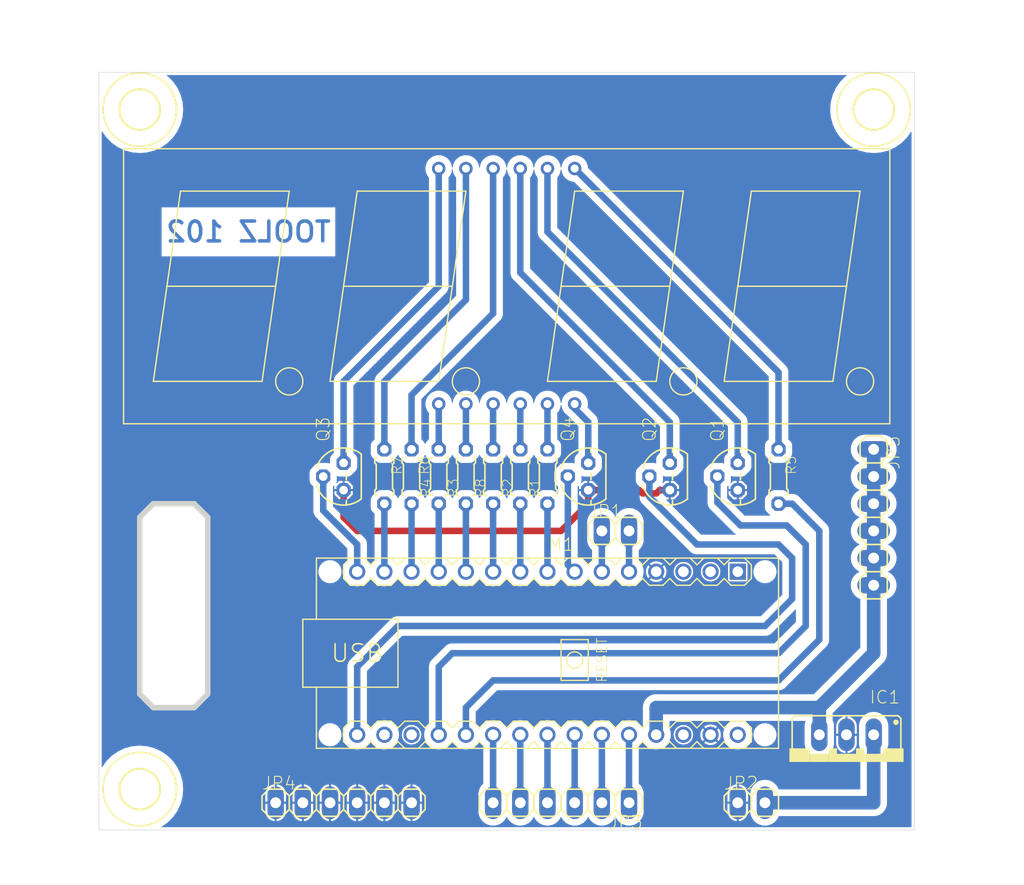
<source format=kicad_pcb>
(kicad_pcb (version 20221018) (generator pcbnew)
  (layers (0 "F.Cu" signal) (31 "B.Cu" signal) (34 "B.Paste" user) (35 "F.Paste" user) (36 "B.SilkS" user "B.Silkscreen") (37 "F.SilkS" user "F.Silkscreen") (38 "B.Mask" user) (39 "F.Mask" user) (44 "Edge.Cuts" user))
  (net 0 "")
  (net 1 "VIN")
  (net 2 "3V3")
  (net 3 "N$1")
  (net 4 "N$2")
  (net 5 "N$3")
  (net 6 "N$4")
  (net 7 "N$5")
  (net 8 "N$6")
  (net 9 "N$7")
  (net 10 "N$8")
  (net 11 "N$9")
  (net 12 "N$10")
  (net 13 "N$11")
  (net 14 "N$12")
  (net 15 "GND")
  (net 16 "+5V")
  (net 17 "V+")
  (net 18 "G")
  (net 19 "C")
  (net 20 "DP")
  (net 21 "D")
  (net 22 "E")
  (net 23 "B")
  (net 24 "F")
  (net 25 "A")
  (net 26 "D4")
  (net 27 "D1")
  (net 28 "D2")
  (net 29 "D3")
  (net 30 "N$13")
  (net 31 "N$14")
  (net 32 "N$15")
  (net 33 "N$16")
  (net 34 "N$17")
  (net 35 "N$18")
  (net 36 "N$19")
  (net 37 "N$20")
  (footprint "timeboard:0204_5" (layer "F.Cu") (at 137.0811 107.3786 -90)
    (fp_text reference "R7" (at -2.0066 -1.1684 90) (layer "F.SilkS") (effects (font (size 0.919277 0.919277) (thickness 0.071323)) (justify right)))
    (fp_text value "330")
    (pad "1" thru_hole roundrect (at -2.54 0 270) (size 1.3208 1.3208) (drill 0.8128) (layers "*.Cu" "*.Mask") (chamfer_ratio 0.25) (chamfer top_left top_right bottom_left bottom_right) (net 10 "N$8"))
    (pad "2" thru_hole roundrect (at 2.54 0 270) (size 1.3208 1.3208) (drill 0.8128) (layers "*.Cu" "*.Mask") (chamfer_ratio 0.25) (chamfer top_left top_right bottom_left bottom_right) (net 25 "A"))
  )
  (footprint "timeboard:TO92F" (layer "F.Cu") (at 163.7511 107.3786 90)
    (fp_text reference "Q2" (at 3.175 -1.905 90) (layer "F.SilkS") (effects (font (size 1.17856 1.17856) (thickness 0.09144)) (justify left)))
    (fp_text value "2N3819")
    (pad "D" thru_hole roundrect (at 1.27 0 90) (size 1.3208 1.3208) (drill 0.8128) (layers "*.Cu" "*.Mask") (chamfer_ratio 0.25) (chamfer top_left top_right bottom_left bottom_right) (net 13 "N$11"))
    (pad "G" thru_hole roundrect (at 0 -1.905 90) (size 1.3208 1.3208) (drill 0.8128) (layers "*.Cu" "*.Mask") (chamfer_ratio 0.25) (chamfer top_left top_right bottom_left bottom_right) (net 28 "D2"))
    (pad "S" thru_hole roundrect (at -1.27 0 90) (size 1.3208 1.3208) (drill 0.8128) (layers "*.Cu" "*.Mask") (chamfer_ratio 0.25) (chamfer top_left top_right bottom_left bottom_right) (net 15 "GND"))
  )
  (footprint "timeboard:0204_5" (layer "F.Cu") (at 142.1611 107.3786 90)
    (fp_text reference "R4" (at -2.0066 -1.1684 90) (layer "F.SilkS") (effects (font (size 0.919277 0.919277) (thickness 0.071323)) (justify left)))
    (fp_text value "330")
    (pad "1" thru_hole roundrect (at -2.54 0 90) (size 1.3208 1.3208) (drill 0.8128) (layers "*.Cu" "*.Mask") (chamfer_ratio 0.25) (chamfer top_left top_right bottom_left bottom_right) (net 22 "E"))
    (pad "2" thru_hole roundrect (at 2.54 0 90) (size 1.3208 1.3208) (drill 0.8128) (layers "*.Cu" "*.Mask") (chamfer_ratio 0.25) (chamfer top_left top_right bottom_left bottom_right) (net 7 "N$5"))
  )
  (footprint "timeboard:TO92F" (layer "F.Cu") (at 133.2711 107.3786 90)
    (fp_text reference "Q3" (at 3.175 -1.905 90) (layer "F.SilkS") (effects (font (size 1.17856 1.17856) (thickness 0.09144)) (justify left)))
    (fp_text value "2N3819")
    (pad "D" thru_hole roundrect (at 1.27 0 90) (size 1.3208 1.3208) (drill 0.8128) (layers "*.Cu" "*.Mask") (chamfer_ratio 0.25) (chamfer top_left top_right bottom_left bottom_right) (net 14 "N$12"))
    (pad "G" thru_hole roundrect (at 0 -1.905 90) (size 1.3208 1.3208) (drill 0.8128) (layers "*.Cu" "*.Mask") (chamfer_ratio 0.25) (chamfer top_left top_right bottom_left bottom_right) (net 27 "D1"))
    (pad "S" thru_hole roundrect (at -1.27 0 90) (size 1.3208 1.3208) (drill 0.8128) (layers "*.Cu" "*.Mask") (chamfer_ratio 0.25) (chamfer top_left top_right bottom_left bottom_right) (net 15 "GND"))
  )
  (footprint "timeboard:0204_5" (layer "F.Cu") (at 152.3211 107.3786 90)
    (fp_text reference "R1" (at -2.0066 -1.1684 90) (layer "F.SilkS") (effects (font (size 0.919277 0.919277) (thickness 0.071323)) (justify left)))
    (fp_text value "330")
    (pad "1" thru_hole roundrect (at -2.54 0 90) (size 1.3208 1.3208) (drill 0.8128) (layers "*.Cu" "*.Mask") (chamfer_ratio 0.25) (chamfer top_left top_right bottom_left bottom_right) (net 18 "G"))
    (pad "2" thru_hole roundrect (at 2.54 0 90) (size 1.3208 1.3208) (drill 0.8128) (layers "*.Cu" "*.Mask") (chamfer_ratio 0.25) (chamfer top_left top_right bottom_left bottom_right) (net 4 "N$2"))
  )
  (footprint "timeboard:0204_5" (layer "F.Cu") (at 147.2411 107.3786 90)
    (fp_text reference "R8" (at -2.0066 -1.1684 90) (layer "F.SilkS") (effects (font (size 0.919277 0.919277) (thickness 0.071323)) (justify left)))
    (fp_text value "330")
    (pad "1" thru_hole roundrect (at -2.54 0 90) (size 1.3208 1.3208) (drill 0.8128) (layers "*.Cu" "*.Mask") (chamfer_ratio 0.25) (chamfer top_left top_right bottom_left bottom_right) (net 20 "DP"))
    (pad "2" thru_hole roundrect (at 2.54 0 90) (size 1.3208 1.3208) (drill 0.8128) (layers "*.Cu" "*.Mask") (chamfer_ratio 0.25) (chamfer top_left top_right bottom_left bottom_right) (net 8 "N$6"))
  )
  (footprint "timeboard:0204_5" (layer "F.Cu") (at 139.6211 107.3786 -90)
    (fp_text reference "R6" (at -2.0066 -1.1684 90) (layer "F.SilkS") (effects (font (size 0.919277 0.919277) (thickness 0.071323)) (justify right)))
    (fp_text value "330")
    (pad "1" thru_hole roundrect (at -2.54 0 270) (size 1.3208 1.3208) (drill 0.8128) (layers "*.Cu" "*.Mask") (chamfer_ratio 0.25) (chamfer top_left top_right bottom_left bottom_right) (net 9 "N$7"))
    (pad "2" thru_hole roundrect (at 2.54 0 270) (size 1.3208 1.3208) (drill 0.8128) (layers "*.Cu" "*.Mask") (chamfer_ratio 0.25) (chamfer top_left top_right bottom_left bottom_right) (net 24 "F"))
  )
  (footprint "timeboard:0204_5" (layer "F.Cu") (at 149.7811 107.3786 90)
    (fp_text reference "R2" (at -2.0066 -1.1684 90) (layer "F.SilkS") (effects (font (size 0.919277 0.919277) (thickness 0.071323)) (justify left)))
    (fp_text value "330")
    (pad "1" thru_hole roundrect (at -2.54 0 90) (size 1.3208 1.3208) (drill 0.8128) (layers "*.Cu" "*.Mask") (chamfer_ratio 0.25) (chamfer top_left top_right bottom_left bottom_right) (net 19 "C"))
    (pad "2" thru_hole roundrect (at 2.54 0 90) (size 1.3208 1.3208) (drill 0.8128) (layers "*.Cu" "*.Mask") (chamfer_ratio 0.25) (chamfer top_left top_right bottom_left bottom_right) (net 5 "N$3"))
  )
  (footprint "timeboard:1X02" (layer "F.Cu") (at 171.3711 137.8586)
    (fp_text reference "JP2" (at -2.6162 -1.8288) (layer "F.SilkS") (effects (font (size 1.17856 1.17856) (thickness 0.09144)) (justify left)))
    (fp_text value "PWR")
    (pad "1" thru_hole oval (at -1.27 0 90) (size 3.048 1.524) (drill 1.016) (layers "*.Cu" "*.Mask") (net 15 "GND"))
    (pad "2" thru_hole oval (at 1.27 0 90) (size 3.048 1.524) (drill 1.016) (layers "*.Cu" "*.Mask") (net 17 "V+"))
  )
  (footprint "timeboard:TO92F" (layer "F.Cu") (at 156.1311 107.3786 90)
    (fp_text reference "Q4" (at 3.175 -1.905 90) (layer "F.SilkS") (effects (font (size 1.17856 1.17856) (thickness 0.09144)) (justify left)))
    (fp_text value "2N3819")
    (pad "D" thru_hole roundrect (at 1.27 0 90) (size 1.3208 1.3208) (drill 0.8128) (layers "*.Cu" "*.Mask") (chamfer_ratio 0.25) (chamfer top_left top_right bottom_left bottom_right) (net 3 "N$1"))
    (pad "G" thru_hole roundrect (at 0 -1.905 90) (size 1.3208 1.3208) (drill 0.8128) (layers "*.Cu" "*.Mask") (chamfer_ratio 0.25) (chamfer top_left top_right bottom_left bottom_right) (net 26 "D4"))
    (pad "S" thru_hole roundrect (at -1.27 0 90) (size 1.3208 1.3208) (drill 0.8128) (layers "*.Cu" "*.Mask") (chamfer_ratio 0.25) (chamfer top_left top_right bottom_left bottom_right) (net 15 "GND"))
  )
  (footprint "timeboard:1X06" (layer "F.Cu") (at 182.8011 111.1886 -90)
    (fp_text reference "JP5" (at -7.6962 -1.8288 90) (layer "F.SilkS") (effects (font (size 1.17856 1.17856) (thickness 0.09144)) (justify right)))
    (fp_text value "5V")
    (pad "1" thru_hole oval (at -6.35 0) (size 3.048 1.524) (drill 1.016) (layers "*.Cu" "*.Mask") (net 16 "+5V"))
    (pad "2" thru_hole oval (at -3.81 0) (size 3.048 1.524) (drill 1.016) (layers "*.Cu" "*.Mask") (net 16 "+5V"))
    (pad "3" thru_hole oval (at -1.27 0) (size 3.048 1.524) (drill 1.016) (layers "*.Cu" "*.Mask") (net 16 "+5V"))
    (pad "4" thru_hole oval (at 1.27 0) (size 3.048 1.524) (drill 1.016) (layers "*.Cu" "*.Mask") (net 16 "+5V"))
    (pad "5" thru_hole oval (at 3.81 0) (size 3.048 1.524) (drill 1.016) (layers "*.Cu" "*.Mask") (net 16 "+5V"))
    (pad "6" thru_hole oval (at 6.35 0) (size 3.048 1.524) (drill 1.016) (layers "*.Cu" "*.Mask") (net 16 "+5V"))
  )
  (footprint "timeboard:3,6" (layer "F.Cu") (at 114.2211 136.5886)
    (fp_text reference "H1" hide)
    (fp_text value "MOUNT-HOLE3.6" hide)
    (pad "" np_thru_hole circle (at 0 0) (size 3.6 3.6) (drill 3.6) (layers "*.Cu" "*.Mask"))
    (zone (net 0) (net_name "") (layer "B.Cu") (connect_pads (clearance 0)) (min_thickness 0.254)
      (keepout (tracks not_allowed) (vias not_allowed) (pads not_allowed) (copperpour not_allowed) (footprints allowed))
      (fill (thermal_gap 0.508) (thermal_bridge_width 0.508))
      (polygon (pts (xy 118.2851 136.5886) (xy 118.223359 135.882894) (xy 118.040011 135.19863) (xy 117.740627 134.5566) (xy 117.334305 133.976311) (xy 116.833389 133.475395) (xy 116.2531 133.069073) (xy 115.61107 132.769689) (xy 114.926806 132.586341) (xy 114.2211 132.5246) (xy 113.515394 132.586341) (xy 112.83113 132.769689) (xy 112.1891 133.069073) (xy 111.608811 133.475395) (xy 111.107895 133.976311) (xy 110.701573 134.5566) (xy 110.402189 135.19863) (xy 110.218841 135.882894) (xy 110.1571 136.5886) (xy 110.218841 137.294306) (xy 110.402189 137.97857) (xy 110.701573 138.6206) (xy 111.107895 139.200889) (xy 111.608811 139.701805) (xy 112.1891 140.108127) (xy 112.83113 140.407511) (xy 113.515394 140.590859) (xy 114.2211 140.6526) (xy 114.926806 140.590859) (xy 115.61107 140.407511) (xy 116.2531 140.108127) (xy 116.833389 139.701805) (xy 117.334305 139.200889) (xy 117.740627 138.6206) (xy 118.040011 137.97857) (xy 118.223359 137.294306)))
      (polygon (pts (xy 116.2531 136.5886) (xy 116.222229 136.235747) (xy 116.130555 135.893615) (xy 115.980864 135.5726) (xy 115.777702 135.282456) (xy 115.527244 135.031998) (xy 115.2371 134.828836) (xy 114.916085 134.679145) (xy 114.573953 134.587471) (xy 114.2211 134.5566) (xy 113.868247 134.587471) (xy 113.526115 134.679145) (xy 113.2051 134.828836) (xy 112.914956 135.031998) (xy 112.664498 135.282456) (xy 112.461336 135.5726) (xy 112.311645 135.893615) (xy 112.219971 136.235747) (xy 112.1891 136.5886) (xy 112.219971 136.941453) (xy 112.311645 137.283585) (xy 112.461336 137.6046) (xy 112.664498 137.894744) (xy 112.914956 138.145202) (xy 113.2051 138.348364) (xy 113.526115 138.498055) (xy 113.868247 138.589729) (xy 114.2211 138.6206) (xy 114.573953 138.589729) (xy 114.916085 138.498055) (xy 115.2371 138.348364) (xy 115.527244 138.145202) (xy 115.777702 137.894744) (xy 115.980864 137.6046) (xy 116.130555 137.283585) (xy 116.222229 136.941453)))
    )
  )
  (footprint "timeboard:ARDUINO-NANO-3.0" (layer "F.Cu") (at 152.3211 123.8886)
    (fp_text reference "M1" (at 0 -10.16) (layer "F.SilkS") (effects (font (size 1.176528 1.176528) (thickness 0.093472)) (justify left)))
    (fp_text value "ARDUINO-NANO-3.0")
    (fp_text user "RESET" (at 5.08 0.635 90) (layer "F.SilkS") (effects (font (size 0.93472 0.93472) (thickness 0.08128))))
    (fp_text user "USB" (at -17.78 0) (layer "F.SilkS") (effects (font (size 1.63576 1.63576) (thickness 0.14224))))
    (pad "" np_thru_hole circle (at -20.32 -7.62) (size 1.651 1.651) (drill 1.651) (layers "*.Cu" "*.Mask"))
    (pad "" np_thru_hole circle (at -20.32 7.62) (size 1.651 1.651) (drill 1.651) (layers "*.Cu" "*.Mask"))
    (pad "" np_thru_hole circle (at 20.32 -7.62) (size 1.651 1.651) (drill 1.651) (layers "*.Cu" "*.Mask"))
    (pad "" np_thru_hole circle (at 20.32 7.62) (size 1.651 1.651) (drill 1.651) (layers "*.Cu" "*.Mask"))
    (pad "J1.1" thru_hole rect (at 17.78 -7.62) (size 1.508 1.508) (drill 1) (layers "*.Cu" "*.Mask"))
    (pad "J1.2" thru_hole circle (at 15.24 -7.62) (size 1.508 1.508) (drill 1) (layers "*.Cu" "*.Mask"))
    (pad "J1.3" thru_hole circle (at 12.7 -7.62) (size 1.508 1.508) (drill 1) (layers "*.Cu" "*.Mask"))
    (pad "J1.4" thru_hole circle (at 10.16 -7.62) (size 1.508 1.508) (drill 1) (layers "*.Cu" "*.Mask") (net 15 "GND"))
    (pad "J1.5" thru_hole circle (at 7.62 -7.62) (size 1.508 1.508) (drill 1) (layers "*.Cu" "*.Mask") (net 31 "N$14"))
    (pad "J1.6" thru_hole circle (at 5.08 -7.62) (size 1.508 1.508) (drill 1) (layers "*.Cu" "*.Mask") (net 30 "N$13"))
    (pad "J1.7" thru_hole circle (at 2.54 -7.62) (size 1.508 1.508) (drill 1) (layers "*.Cu" "*.Mask") (net 26 "D4"))
    (pad "J1.8" thru_hole circle (at 0 -7.62) (size 1.508 1.508) (drill 1) (layers "*.Cu" "*.Mask") (net 18 "G"))
    (pad "J1.9" thru_hole circle (at -2.54 -7.62) (size 1.508 1.508) (drill 1) (layers "*.Cu" "*.Mask") (net 19 "C"))
    (pad "J1.10" thru_hole circle (at -5.08 -7.62) (size 1.508 1.508) (drill 1) (layers "*.Cu" "*.Mask") (net 20 "DP"))
    (pad "J1.11" thru_hole circle (at -7.62 -7.62) (size 1.508 1.508) (drill 1) (layers "*.Cu" "*.Mask") (net 21 "D"))
    (pad "J1.12" thru_hole circle (at -10.16 -7.62) (size 1.508 1.508) (drill 1) (layers "*.Cu" "*.Mask") (net 22 "E"))
    (pad "J1.13" thru_hole circle (at -12.7 -7.62) (size 1.508 1.508) (drill 1) (layers "*.Cu" "*.Mask") (net 24 "F"))
    (pad "J1.14" thru_hole circle (at -15.24 -7.62) (size 1.508 1.508) (drill 1) (layers "*.Cu" "*.Mask") (net 25 "A"))
    (pad "J1.15" thru_hole circle (at -17.78 -7.62) (size 1.508 1.508) (drill 1) (layers "*.Cu" "*.Mask") (net 27 "D1"))
    (pad "J2.1" thru_hole circle (at 17.78 7.62) (size 1.508 1.508) (drill 1) (layers "*.Cu" "*.Mask") (net 1 "VIN"))
    (pad "J2.2" thru_hole circle (at 15.24 7.62) (size 1.508 1.508) (drill 1) (layers "*.Cu" "*.Mask") (net 15 "GND"))
    (pad "J2.3" thru_hole circle (at 12.7 7.62) (size 1.508 1.508) (drill 1) (layers "*.Cu" "*.Mask"))
    (pad "J2.4" thru_hole circle (at 10.16 7.62) (size 1.508 1.508) (drill 1) (layers "*.Cu" "*.Mask") (net 16 "+5V"))
    (pad "J2.5" thru_hole circle (at 7.62 7.62) (size 1.508 1.508) (drill 1) (layers "*.Cu" "*.Mask") (net 32 "N$15"))
    (pad "J2.6" thru_hole circle (at 5.08 7.62) (size 1.508 1.508) (drill 1) (layers "*.Cu" "*.Mask") (net 33 "N$16"))
    (pad "J2.7" thru_hole circle (at 2.54 7.62) (size 1.508 1.508) (drill 1) (layers "*.Cu" "*.Mask") (net 34 "N$17"))
    (pad "J2.8" thru_hole circle (at 0 7.62) (size 1.508 1.508) (drill 1) (layers "*.Cu" "*.Mask") (net 35 "N$18"))
    (pad "J2.9" thru_hole circle (at -2.54 7.62) (size 1.508 1.508) (drill 1) (layers "*.Cu" "*.Mask") (net 36 "N$19"))
    (pad "J2.10" thru_hole circle (at -5.08 7.62) (size 1.508 1.508) (drill 1) (layers "*.Cu" "*.Mask") (net 37 "N$20"))
    (pad "J2.11" thru_hole circle (at -7.62 7.62) (size 1.508 1.508) (drill 1) (layers "*.Cu" "*.Mask") (net 23 "B"))
    (pad "J2.12" thru_hole circle (at -10.16 7.62) (size 1.508 1.508) (drill 1) (layers "*.Cu" "*.Mask") (net 29 "D3"))
    (pad "J2.13" thru_hole circle (at -12.7 7.62) (size 1.508 1.508) (drill 1) (layers "*.Cu" "*.Mask"))
    (pad "J2.14" thru_hole circle (at -15.24 7.62) (size 1.508 1.508) (drill 1) (layers "*.Cu" "*.Mask") (net 2 "3V3"))
    (pad "J2.15" thru_hole circle (at -17.78 7.62) (size 1.508 1.508) (drill 1) (layers "*.Cu" "*.Mask") (net 28 "D2"))
  )
  (footprint "timeboard:TO92F" (layer "F.Cu") (at 170.1011 107.3786 90)
    (fp_text reference "Q1" (at 3.175 -1.905 90) (layer "F.SilkS") (effects (font (size 1.17856 1.17856) (thickness 0.09144)) (justify left)))
    (fp_text value "2N3819")
    (pad "D" thru_hole roundrect (at 1.27 0 90) (size 1.3208 1.3208) (drill 0.8128) (layers "*.Cu" "*.Mask") (chamfer_ratio 0.25) (chamfer top_left top_right bottom_left bottom_right) (net 12 "N$10"))
    (pad "G" thru_hole roundrect (at 0 -1.905 90) (size 1.3208 1.3208) (drill 0.8128) (layers "*.Cu" "*.Mask") (chamfer_ratio 0.25) (chamfer top_left top_right bottom_left bottom_right) (net 29 "D3"))
    (pad "S" thru_hole roundrect (at -1.27 0 90) (size 1.3208 1.3208) (drill 0.8128) (layers "*.Cu" "*.Mask") (chamfer_ratio 0.25) (chamfer top_left top_right bottom_left bottom_right) (net 15 "GND"))
  )
  (footprint "timeboard:1X02" (layer "F.Cu") (at 158.6711 112.4586)
    (fp_text reference "JP1" (at -2.6162 -1.8288) (layer "F.SilkS") (effects (font (size 1.17856 1.17856) (thickness 0.09144)) (justify left)))
    (fp_text value "INT")
    (pad "1" thru_hole oval (at -1.27 0 90) (size 3.048 1.524) (drill 1.016) (layers "*.Cu" "*.Mask") (net 30 "N$13"))
    (pad "2" thru_hole oval (at 1.27 0 90) (size 3.048 1.524) (drill 1.016) (layers "*.Cu" "*.Mask") (net 31 "N$14"))
  )
  (footprint "timeboard:78XXS" (layer "F.Cu") (at 180.2611 134.0486 180)
    (fp_text reference "IC1" (at -5.08 6.0452) (layer "F.SilkS") (effects (font (size 1.17856 1.17856) (thickness 0.09144)) (justify right)))
    (fp_text value "L7805")
    (pad "GND" thru_hole oval (at 0 2.54 270) (size 3.048 1.524) (drill 1.016) (layers "*.Cu" "*.Mask") (net 15 "GND"))
    (pad "IN" thru_hole oval (at -2.54 2.54 270) (size 3.048 1.524) (drill 1.016) (layers "*.Cu" "*.Mask") (net 17 "V+"))
    (pad "OUT" thru_hole oval (at 2.54 2.54 270) (size 3.048 1.524) (drill 1.016) (layers "*.Cu" "*.Mask") (net 16 "+5V"))
  )
  (footprint "timeboard:0204_5" (layer "F.Cu") (at 144.7011 107.3786 90)
    (fp_text reference "R3" (at -2.0066 -1.1684 90) (layer "F.SilkS") (effects (font (size 0.919277 0.919277) (thickness 0.071323)) (justify left)))
    (fp_text value "330")
    (pad "1" thru_hole roundrect (at -2.54 0 90) (size 1.3208 1.3208) (drill 0.8128) (layers "*.Cu" "*.Mask") (chamfer_ratio 0.25) (chamfer top_left top_right bottom_left bottom_right) (net 21 "D"))
    (pad "2" thru_hole roundrect (at 2.54 0 90) (size 1.3208 1.3208) (drill 0.8128) (layers "*.Cu" "*.Mask") (chamfer_ratio 0.25) (chamfer top_left top_right bottom_left bottom_right) (net 6 "N$4"))
  )
  (footprint "timeboard:3,6" (layer "F.Cu") (at 182.8011 73.0886)
    (fp_text reference "H3" hide)
    (fp_text value "MOUNT-HOLE3.6" hide)
    (pad "" np_thru_hole circle (at 0 0) (size 3.6 3.6) (drill 3.6) (layers "*.Cu" "*.Mask"))
    (zone (net 0) (net_name "") (layer "B.Cu") (connect_pads (clearance 0)) (min_thickness 0.254)
      (keepout (tracks not_allowed) (vias not_allowed) (pads not_allowed) (copperpour not_allowed) (footprints allowed))
      (fill (thermal_gap 0.508) (thermal_bridge_width 0.508))
      (polygon (pts (xy 186.8651 73.0886) (xy 186.803359 72.382894) (xy 186.620011 71.69863) (xy 186.320627 71.0566) (xy 185.914305 70.476311) (xy 185.413389 69.975395) (xy 184.8331 69.569073) (xy 184.19107 69.269689) (xy 183.506806 69.086341) (xy 182.8011 69.0246) (xy 182.095394 69.086341) (xy 181.41113 69.269689) (xy 180.7691 69.569073) (xy 180.188811 69.975395) (xy 179.687895 70.476311) (xy 179.281573 71.0566) (xy 178.982189 71.69863) (xy 178.798841 72.382894) (xy 178.7371 73.0886) (xy 178.798841 73.794306) (xy 178.982189 74.47857) (xy 179.281573 75.1206) (xy 179.687895 75.700889) (xy 180.188811 76.201805) (xy 180.7691 76.608127) (xy 181.41113 76.907511) (xy 182.095394 77.090859) (xy 182.8011 77.1526) (xy 183.506806 77.090859) (xy 184.19107 76.907511) (xy 184.8331 76.608127) (xy 185.413389 76.201805) (xy 185.914305 75.700889) (xy 186.320627 75.1206) (xy 186.620011 74.47857) (xy 186.803359 73.794306)))
      (polygon (pts (xy 184.8331 73.0886) (xy 184.802229 72.735747) (xy 184.710555 72.393615) (xy 184.560864 72.0726) (xy 184.357702 71.782456) (xy 184.107244 71.531998) (xy 183.8171 71.328836) (xy 183.496085 71.179145) (xy 183.153953 71.087471) (xy 182.8011 71.0566) (xy 182.448247 71.087471) (xy 182.106115 71.179145) (xy 181.7851 71.328836) (xy 181.494956 71.531998) (xy 181.244498 71.782456) (xy 181.041336 72.0726) (xy 180.891645 72.393615) (xy 180.799971 72.735747) (xy 180.7691 73.0886) (xy 180.799971 73.441453) (xy 180.891645 73.783585) (xy 181.041336 74.1046) (xy 181.244498 74.394744) (xy 181.494956 74.645202) (xy 181.7851 74.848364) (xy 182.106115 74.998055) (xy 182.448247 75.089729) (xy 182.8011 75.1206) (xy 183.153953 75.089729) (xy 183.496085 74.998055) (xy 183.8171 74.848364) (xy 184.107244 74.645202) (xy 184.357702 74.394744) (xy 184.560864 74.1046) (xy 184.710555 73.783585) (xy 184.802229 73.441453)))
    )
  )
  (footprint "timeboard:3,6" (layer "F.Cu") (at 114.2211 73.0886)
    (fp_text reference "H4" hide)
    (fp_text value "MOUNT-HOLE3.6" hide)
    (pad "" np_thru_hole circle (at 0 0) (size 3.6 3.6) (drill 3.6) (layers "*.Cu" "*.Mask"))
    (zone (net 0) (net_name "") (layer "B.Cu") (connect_pads (clearance 0)) (min_thickness 0.254)
      (keepout (tracks not_allowed) (vias not_allowed) (pads not_allowed) (copperpour not_allowed) (footprints allowed))
      (fill (thermal_gap 0.508) (thermal_bridge_width 0.508))
      (polygon (pts (xy 118.2851 73.0886) (xy 118.223359 72.382894) (xy 118.040011 71.69863) (xy 117.740627 71.0566) (xy 117.334305 70.476311) (xy 116.833389 69.975395) (xy 116.2531 69.569073) (xy 115.61107 69.269689) (xy 114.926806 69.086341) (xy 114.2211 69.0246) (xy 113.515394 69.086341) (xy 112.83113 69.269689) (xy 112.1891 69.569073) (xy 111.608811 69.975395) (xy 111.107895 70.476311) (xy 110.701573 71.0566) (xy 110.402189 71.69863) (xy 110.218841 72.382894) (xy 110.1571 73.0886) (xy 110.218841 73.794306) (xy 110.402189 74.47857) (xy 110.701573 75.1206) (xy 111.107895 75.700889) (xy 111.608811 76.201805) (xy 112.1891 76.608127) (xy 112.83113 76.907511) (xy 113.515394 77.090859) (xy 114.2211 77.1526) (xy 114.926806 77.090859) (xy 115.61107 76.907511) (xy 116.2531 76.608127) (xy 116.833389 76.201805) (xy 117.334305 75.700889) (xy 117.740627 75.1206) (xy 118.040011 74.47857) (xy 118.223359 73.794306)))
      (polygon (pts (xy 116.2531 73.0886) (xy 116.222229 72.735747) (xy 116.130555 72.393615) (xy 115.980864 72.0726) (xy 115.777702 71.782456) (xy 115.527244 71.531998) (xy 115.2371 71.328836) (xy 114.916085 71.179145) (xy 114.573953 71.087471) (xy 114.2211 71.0566) (xy 113.868247 71.087471) (xy 113.526115 71.179145) (xy 113.2051 71.328836) (xy 112.914956 71.531998) (xy 112.664498 71.782456) (xy 112.461336 72.0726) (xy 112.311645 72.393615) (xy 112.219971 72.735747) (xy 112.1891 73.0886) (xy 112.219971 73.441453) (xy 112.311645 73.783585) (xy 112.461336 74.1046) (xy 112.664498 74.394744) (xy 112.914956 74.645202) (xy 113.2051 74.848364) (xy 113.526115 74.998055) (xy 113.868247 75.089729) (xy 114.2211 75.1206) (xy 114.573953 75.089729) (xy 114.916085 74.998055) (xy 115.2371 74.848364) (xy 115.527244 74.645202) (xy 115.777702 74.394744) (xy 115.980864 74.1046) (xy 116.130555 73.783585) (xy 116.222229 73.441453)))
    )
  )
  (footprint "timeboard:1X06" (layer "F.Cu") (at 133.2711 137.8586)
    (fp_text reference "JP4" (at -7.6962 -1.8288) (layer "F.SilkS") (effects (font (size 1.17856 1.17856) (thickness 0.09144)) (justify left)))
    (fp_text value "GND")
    (pad "1" thru_hole oval (at -6.35 0 90) (size 3.048 1.524) (drill 1.016) (layers "*.Cu" "*.Mask") (net 15 "GND"))
    (pad "2" thru_hole oval (at -3.81 0 90) (size 3.048 1.524) (drill 1.016) (layers "*.Cu" "*.Mask") (net 15 "GND"))
    (pad "3" thru_hole oval (at -1.27 0 90) (size 3.048 1.524) (drill 1.016) (layers "*.Cu" "*.Mask") (net 15 "GND"))
    (pad "4" thru_hole oval (at 1.27 0 90) (size 3.048 1.524) (drill 1.016) (layers "*.Cu" "*.Mask") (net 15 "GND"))
    (pad "5" thru_hole oval (at 3.81 0 90) (size 3.048 1.524) (drill 1.016) (layers "*.Cu" "*.Mask") (net 15 "GND"))
    (pad "6" thru_hole oval (at 6.35 0 90) (size 3.048 1.524) (drill 1.016) (layers "*.Cu" "*.Mask") (net 15 "GND"))
  )
  (footprint "timeboard:0204_5" (layer "F.Cu") (at 173.9111 107.3786 -90)
    (fp_text reference "R5" (at -2.0066 -1.1684 90) (layer "F.SilkS") (effects (font (size 0.919277 0.919277) (thickness 0.071323)) (justify right)))
    (fp_text value "330")
    (pad "1" thru_hole roundrect (at -2.54 0 270) (size 1.3208 1.3208) (drill 0.8128) (layers "*.Cu" "*.Mask") (chamfer_ratio 0.25) (chamfer top_left top_right bottom_left bottom_right) (net 11 "N$9"))
    (pad "2" thru_hole roundrect (at 2.54 0 270) (size 1.3208 1.3208) (drill 0.8128) (layers "*.Cu" "*.Mask") (chamfer_ratio 0.25) (chamfer top_left top_right bottom_left bottom_right) (net 23 "B"))
  )
  (footprint "timeboard:7SEG20MM" (layer "F.Cu") (at 148.5111 89.5986)
    (fp_text reference "LED1" hide)
    (fp_text value "7SEG20MM" hide)
    (pad "A" thru_hole circle (at -3.81 -11) (size 1.258 1.258) (drill 0.75) (layers "*.Cu" "*.Mask") (net 10 "N$8"))
    (pad "B" thru_hole circle (at 6.35 -11) (size 1.258 1.258) (drill 0.75) (layers "*.Cu" "*.Mask") (net 11 "N$9"))
    (pad "C" thru_hole circle (at 1.27 11) (size 1.258 1.258) (drill 0.75) (layers "*.Cu" "*.Mask") (net 5 "N$3"))
    (pad "D" thru_hole circle (at -3.81 11) (size 1.258 1.258) (drill 0.75) (layers "*.Cu" "*.Mask") (net 6 "N$4"))
    (pad "D1" thru_hole circle (at -6.35 -11) (size 1.258 1.258) (drill 0.75) (layers "*.Cu" "*.Mask") (net 14 "N$12"))
    (pad "D2" thru_hole circle (at 1.27 -11) (size 1.258 1.258) (drill 0.75) (layers "*.Cu" "*.Mask") (net 13 "N$11"))
    (pad "D3" thru_hole circle (at 3.81 -11) (size 1.258 1.258) (drill 0.75) (layers "*.Cu" "*.Mask") (net 12 "N$10"))
    (pad "D4" thru_hole circle (at 6.35 11) (size 1.258 1.258) (drill 0.75) (layers "*.Cu" "*.Mask") (net 3 "N$1"))
    (pad "DP" thru_hole circle (at -1.27 11) (size 1.258 1.258) (drill 0.75) (layers "*.Cu" "*.Mask") (net 8 "N$6"))
    (pad "E" thru_hole circle (at -6.35 11) (size 1.258 1.258) (drill 0.75) (layers "*.Cu" "*.Mask") (net 7 "N$5"))
    (pad "F" thru_hole circle (at -1.27 -11) (size 1.258 1.258) (drill 0.75) (layers "*.Cu" "*.Mask") (net 9 "N$7"))
    (pad "G" thru_hole circle (at 3.81 11) (size 1.258 1.258) (drill 0.75) (layers "*.Cu" "*.Mask") (net 4 "N$2"))
  )
  (footprint "timeboard:1X06" (layer "F.Cu") (at 153.5911 137.8586 180)
    (fp_text reference "JP3" (at -7.6962 -1.8288) (layer "F.SilkS") (effects (font (size 1.17856 1.17856) (thickness 0.09144)) (justify right)))
    (fp_text value "ANALOG")
    (pad "1" thru_hole oval (at -6.35 0 270) (size 3.048 1.524) (drill 1.016) (layers "*.Cu" "*.Mask") (net 32 "N$15"))
    (pad "2" thru_hole oval (at -3.81 0 270) (size 3.048 1.524) (drill 1.016) (layers "*.Cu" "*.Mask") (net 33 "N$16"))
    (pad "3" thru_hole oval (at -1.27 0 270) (size 3.048 1.524) (drill 1.016) (layers "*.Cu" "*.Mask") (net 34 "N$17"))
    (pad "4" thru_hole oval (at 1.27 0 270) (size 3.048 1.524) (drill 1.016) (layers "*.Cu" "*.Mask") (net 35 "N$18"))
    (pad "5" thru_hole oval (at 3.81 0 270) (size 3.048 1.524) (drill 1.016) (layers "*.Cu" "*.Mask") (net 36 "N$19"))
    (pad "6" thru_hole oval (at 6.35 0 270) (size 3.048 1.524) (drill 1.016) (layers "*.Cu" "*.Mask") (net 37 "N$20"))
  )
  (gr_line (start 186.5911 140.3986) (end 186.5911 69.6086) (stroke (width 0.05)) (layer "Edge.Cuts"))
  (gr_line (start 115.4911 128.9686) (end 119.3011 128.9686) (stroke (width 0.508)) (layer "Edge.Cuts"))
  (gr_line (start 119.3011 109.9186) (end 115.4911 109.9186) (stroke (width 0.508)) (layer "Edge.Cuts"))
  (gr_line (start 186.5911 69.6086) (end 110.4111 69.6086) (stroke (width 0.05)) (layer "Edge.Cuts"))
  (gr_line (start 120.5711 127.6986) (end 120.5711 111.1886) (stroke (width 0.508)) (layer "Edge.Cuts"))
  (gr_line (start 114.2211 111.1886) (end 114.2211 127.6986) (stroke (width 0.508)) (layer "Edge.Cuts"))
  (gr_line (start 110.4111 140.3986) (end 186.5911 140.3986) (stroke (width 0.05)) (layer "Edge.Cuts"))
  (gr_line (start 115.4911 109.9186) (end 114.2211 111.1886) (stroke (width 0.508)) (layer "Edge.Cuts"))
  (gr_line (start 110.4111 69.6086) (end 110.4111 140.3986) (stroke (width 0.05)) (layer "Edge.Cuts"))
  (gr_line (start 114.2211 127.6986) (end 115.4911 128.9686) (stroke (width 0.508)) (layer "Edge.Cuts"))
  (gr_line (start 119.3011 128.9686) (end 120.5711 127.6986) (stroke (width 0.508)) (layer "Edge.Cuts"))
  (gr_line (start 120.5711 111.1886) (end 119.3011 109.9186) (stroke (width 0.508)) (layer "Edge.Cuts"))
  (gr_text "5V" (at 178.9911 106.1086 90) (layer "F.Cu") (effects (font (size 1.85674 1.85674) (thickness 0.32766)) (justify left bottom)))
  (gr_text "GND" (at 124.3811 134.0486) (layer "F.Cu") (effects (font (size 1.85674 1.85674) (thickness 0.32766)) (justify left bottom)))
  (gr_text "GND" (at 167.5611 139.1286 90) (layer "F.Cu") (effects (font (size 1.85674 1.85674) (thickness 0.32766)) (justify left bottom)))
  (gr_text "BLUE & GOLD POOL COMPUTER" (at 148.5111 73.0886) (layer "F.Cu") (effects (font (size 1.85674 1.85674) (thickness 0.32766))))
  (gr_text "+" (at 175.1811 136.5886) (layer "F.Cu") (effects (font (size 1.85674 1.85674) (thickness 0.32766)) (justify left bottom)))
  (gr_text "SLOT FOR WIRES" (at 125.6511 130.2386 90) (layer "F.Cu") (effects (font (size 1.85674 1.85674) (thickness 0.32766)) (justify left bottom)))
  (gr_text "TOOLZ 102" (at 124.3811 84.5186) (layer "B.Cu") (effects (font (size 1.85674 1.85674) (thickness 0.32766)) (justify mirror)))
  (segment (start 154.8611 101.0286) (end 156.1311 102.2986) (width 0.6096) (layer "B.Cu") (net 3))
  (segment (start 156.1311 102.2986) (end 156.1311 106.1086) (width 0.6096) (layer "B.Cu") (net 3))
  (segment (start 154.8611 100.5986) (end 154.8611 101.0286) (width 0.6096) (layer "B.Cu") (net 3))
  (segment (start 152.3211 100.5986) (end 152.3211 104.8386) (width 0.6096) (layer "B.Cu") (net 4))
  (segment (start 149.7811 100.5986) (end 149.7811 104.8386) (width 0.6096) (layer "B.Cu") (net 5))
  (segment (start 144.7011 100.5986) (end 144.7011 104.8386) (width 0.6096) (layer "B.Cu") (net 6))
  (segment (start 142.1611 100.5986) (end 142.1611 104.8386) (width 0.6096) (layer "B.Cu") (net 7))
  (segment (start 147.2411 100.5986) (end 147.2411 104.8386) (width 0.6096) (layer "B.Cu") (net 8))
  (segment (start 147.2411 92.1386) (end 147.2411 78.5986) (width 0.6096) (layer "B.Cu") (net 9))
  (segment (start 139.6211 104.8386) (end 139.6211 99.7586) (width 0.6096) (layer "B.Cu") (net 9))
  (segment (start 139.6211 99.7586) (end 147.2411 92.1386) (width 0.6096) (layer "B.Cu") (net 9))
  (segment (start 144.7011 78.5986) (end 144.7011 90.8686) (width 0.6096) (layer "B.Cu") (net 10))
  (segment (start 144.7011 90.8686) (end 137.0811 98.4886) (width 0.6096) (layer "B.Cu") (net 10))
  (segment (start 137.0811 98.4886) (end 137.0811 104.8386) (width 0.6096) (layer "B.Cu") (net 10))
  (segment (start 154.8611 78.5986) (end 173.9111 97.6486) (width 0.6096) (layer "B.Cu") (net 11))
  (segment (start 173.9111 97.6486) (end 173.9111 104.8386) (width 0.6096) (layer "B.Cu") (net 11))
  (segment (start 170.1011 102.2986) (end 152.3211 84.5186) (width 0.6096) (layer "B.Cu") (net 12))
  (segment (start 170.1011 106.1086) (end 170.1011 102.2986) (width 0.6096) (layer "B.Cu") (net 12))
  (segment (start 152.3211 84.5186) (end 152.3211 78.5986) (width 0.6096) (layer "B.Cu") (net 12))
  (segment (start 163.7511 102.2986) (end 163.7511 106.1086) (width 0.6096) (layer "B.Cu") (net 13))
  (segment (start 149.7811 78.5986) (end 149.7811 88.3286) (width 0.6096) (layer "B.Cu") (net 13))
  (segment (start 149.7811 88.3286) (end 163.7511 102.2986) (width 0.6096) (layer "B.Cu") (net 13))
  (segment (start 142.1611 89.5986) (end 142.1611 78.5986) (width 0.6096) (layer "B.Cu") (net 14))
  (segment (start 133.2711 98.4886) (end 142.1611 89.5986) (width 0.6096) (layer "B.Cu") (net 14))
  (segment (start 133.2711 106.1086) (end 133.2711 98.4886) (width 0.6096) (layer "B.Cu") (net 14))
  (segment (start 156.1311 109.9186) (end 156.1311 108.6486) (width 0.6096) (layer "F.Cu") (net 15))
  (segment (start 133.2711 111.1886) (end 134.5411 112.4586) (width 0.6096) (layer "F.Cu") (net 15))
  (segment (start 162.803206 108.6486) (end 162.498406 108.9534) (width 0.6096) (layer "F.Cu") (net 15))
  (segment (start 153.5911 112.4586) (end 156.1311 109.9186) (width 0.6096) (layer "F.Cu") (net 15))
  (segment (start 134.5411 112.4586) (end 153.5911 112.4586) (width 0.6096) (layer "F.Cu") (net 15))
  (segment (start 161.193793 108.9534) (end 160.888993 108.6486) (width 0.6096) (layer "F.Cu") (net 15))
  (segment (start 163.7511 108.6486) (end 162.803206 108.6486) (width 0.6096) (layer "F.Cu") (net 15))
  (segment (start 162.498406 108.9534) (end 161.193793 108.9534) (width 0.6096) (layer "F.Cu") (net 15))
  (segment (start 133.2711 108.6486) (end 133.2711 111.1886) (width 0.6096) (layer "F.Cu") (net 15))
  (segment (start 160.888993 108.6486) (end 156.1311 108.6486) (width 0.6096) (layer "F.Cu") (net 15))
  (segment (start 182.8011 112.4586) (end 182.8011 109.9186) (width 1.27) (layer "B.Cu") (net 16))
  (segment (start 182.8011 123.8886) (end 182.8011 117.5386) (width 1.27) (layer "B.Cu") (net 16))
  (segment (start 182.8011 109.9186) (end 182.8011 107.3786) (width 1.27) (layer "B.Cu") (net 16))
  (segment (start 177.7211 128.9686) (end 182.8011 123.8886) (width 1.27) (layer "B.Cu") (net 16))
  (segment (start 182.8011 114.9986) (end 182.8011 112.4586) (width 1.27) (layer "B.Cu") (net 16))
  (segment (start 162.4811 131.5086) (end 162.4811 128.9686) (width 1.27) (layer "B.Cu") (net 16))
  (segment (start 182.8011 114.9986) (end 182.8011 117.5386) (width 1.27) (layer "B.Cu") (net 16))
  (segment (start 162.4811 128.9686) (end 177.7211 128.9686) (width 1.27) (layer "B.Cu") (net 16))
  (segment (start 182.8011 107.3786) (end 182.8011 104.8386) (width 1.27) (layer "B.Cu") (net 16))
  (segment (start 177.7211 131.5086) (end 177.7211 128.9686) (width 1.27) (layer "B.Cu") (net 16))
  (segment (start 182.8011 137.8586) (end 182.8011 131.5086) (width 1.27) (layer "B.Cu") (net 17))
  (segment (start 172.6411 137.8586) (end 182.8011 137.8586) (width 1.27) (layer "B.Cu") (net 17))
  (segment (start 152.3211 109.9186) (end 152.3211 116.2686) (width 0.6096) (layer "B.Cu") (net 18))
  (segment (start 149.7811 109.9186) (end 149.7811 116.2686) (width 0.6096) (layer "B.Cu") (net 19))
  (segment (start 147.2411 109.9186) (end 147.2411 116.2686) (width 0.6096) (layer "B.Cu") (net 20))
  (segment (start 144.7011 109.9186) (end 144.7011 116.2686) (width 0.6096) (layer "B.Cu") (net 21))
  (segment (start 142.1611 109.9186) (end 142.1611 116.2686) (width 0.6096) (layer "B.Cu") (net 22))
  (segment (start 173.9111 126.4286) (end 147.2411 126.4286) (width 0.6096) (layer "B.Cu") (net 23))
  (segment (start 177.7211 122.6186) (end 173.9111 126.4286) (width 0.6096) (layer "B.Cu") (net 23))
  (segment (start 144.7011 128.9686) (end 144.7011 131.5086) (width 0.6096) (layer "B.Cu") (net 23))
  (segment (start 173.9111 109.9186) (end 175.1811 109.9186) (width 0.6096) (layer "B.Cu") (net 23))
  (segment (start 147.2411 126.4286) (end 144.7011 128.9686) (width 0.6096) (layer "B.Cu") (net 23))
  (segment (start 177.7211 112.4586) (end 177.7211 122.6186) (width 0.6096) (layer "B.Cu") (net 23))
  (segment (start 175.1811 109.9186) (end 177.7211 112.4586) (width 0.6096) (layer "B.Cu") (net 23))
  (segment (start 139.6211 109.9186) (end 139.6211 116.2686) (width 0.6096) (layer "B.Cu") (net 24))
  (segment (start 137.0811 109.9186) (end 137.0811 116.2686) (width 0.6096) (layer "B.Cu") (net 25))
  (segment (start 154.2261 115.6336) (end 154.8611 116.2686) (width 0.6096) (layer "B.Cu") (net 26))
  (segment (start 154.2261 107.3786) (end 154.2261 115.6336) (width 0.6096) (layer "B.Cu") (net 26))
  (segment (start 134.5411 113.7286) (end 134.5411 116.2686) (width 0.6096) (layer "B.Cu") (net 27))
  (segment (start 131.3661 110.5536) (end 134.5411 113.7286) (width 0.6096) (layer "B.Cu") (net 27))
  (segment (start 131.3661 107.3786) (end 131.3661 110.5536) (width 0.6096) (layer "B.Cu") (net 27))
  (segment (start 161.8461 107.3786) (end 161.8461 109.2836) (width 0.6096) (layer "B.Cu") (net 28))
  (segment (start 138.3511 121.3486) (end 134.5411 125.1586) (width 0.6096) (layer "B.Cu") (net 28))
  (segment (start 134.5411 125.1586) (end 134.5411 131.5086) (width 0.6096) (layer "B.Cu") (net 28))
  (segment (start 172.6411 121.3486) (end 138.3511 121.3486) (width 0.6096) (layer "B.Cu") (net 28))
  (segment (start 161.8461 109.2836) (end 166.2911 113.7286) (width 0.6096) (layer "B.Cu") (net 28))
  (segment (start 173.9111 113.7286) (end 175.1811 114.9986) (width 0.6096) (layer "B.Cu") (net 28))
  (segment (start 175.1811 114.9986) (end 175.1811 118.8086) (width 0.6096) (layer "B.Cu") (net 28))
  (segment (start 166.2911 113.7286) (end 173.9111 113.7286) (width 0.6096) (layer "B.Cu") (net 28))
  (segment (start 175.1811 118.8086) (end 172.6411 121.3486) (width 0.6096) (layer "B.Cu") (net 28))
  (segment (start 168.1961 109.7916) (end 168.1961 107.3786) (width 0.6096) (layer "B.Cu") (net 29))
  (segment (start 176.4511 121.3486) (end 176.4511 113.7286) (width 0.6096) (layer "B.Cu") (net 29))
  (segment (start 170.3551 111.9506) (end 168.1961 109.7916) (width 0.6096) (layer "B.Cu") (net 29))
  (segment (start 142.1611 131.5086) (end 142.1611 125.1586) (width 0.6096) (layer "B.Cu") (net 29))
  (segment (start 176.4511 113.7286) (end 174.6731 111.9506) (width 0.6096) (layer "B.Cu") (net 29))
  (segment (start 143.4311 123.8886) (end 173.9111 123.8886) (width 0.6096) (layer "B.Cu") (net 29))
  (segment (start 142.1611 125.1586) (end 143.4311 123.8886) (width 0.6096) (layer "B.Cu") (net 29))
  (segment (start 174.6731 111.9506) (end 170.3551 111.9506) (width 0.6096) (layer "B.Cu") (net 29))
  (segment (start 173.9111 123.8886) (end 176.4511 121.3486) (width 0.6096) (layer "B.Cu") (net 29))
  (segment (start 157.4011 112.4586) (end 157.4011 116.2686) (width 0.6096) (layer "B.Cu") (net 30))
  (segment (start 159.9411 112.4586) (end 159.9411 116.2686) (width 0.6096) (layer "B.Cu") (net 31))
  (segment (start 159.9411 131.5086) (end 159.9411 137.8586) (width 0.6096) (layer "B.Cu") (net 32))
  (segment (start 157.4011 131.5086) (end 157.4011 137.8586) (width 0.6096) (layer "B.Cu") (net 33))
  (segment (start 154.8611 131.5086) (end 154.8611 137.8586) (width 0.6096) (layer "B.Cu") (net 34))
  (segment (start 152.3211 131.5086) (end 152.3211 137.8586) (width 0.6096) (layer "B.Cu") (net 35))
  (segment (start 149.7811 131.5086) (end 149.7811 137.8586) (width 0.6096) (layer "B.Cu") (net 36))
  (segment (start 147.2411 131.5086) (end 147.2411 137.8586) (width 0.6096) (layer "B.Cu") (net 37))
  (zone (net 15) (net_name "GND") (layer "B.Cu") (priority 6) (connect_pads (clearance 0.000001)) (min_thickness 0.0762) (fill yes (thermal_gap 0.2024) (thermal_bridge_width 0.2024))
    (polygon (pts (xy 196.8473 65.437037) (xy 196.8473 137.890163) (xy 189.182663 145.5548) (xy 106.569537 145.5548) (xy 105.2549 144.240163) (xy 105.2549 64.167037) (xy 106.569537 62.8524) (xy 194.262663 62.8524)))
  )
)
</source>
